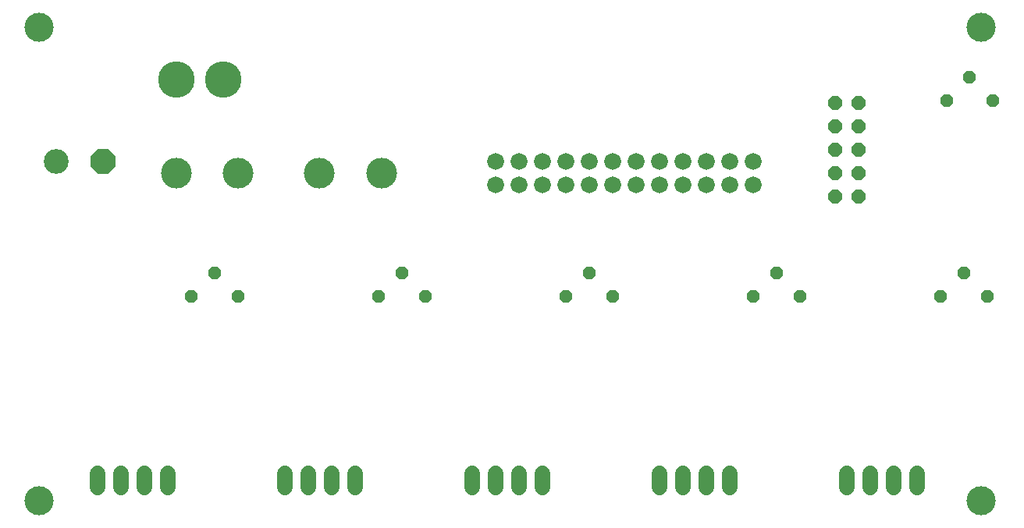
<source format=gbs>
G75*
G70*
%OFA0B0*%
%FSLAX24Y24*%
%IPPOS*%
%LPD*%
%AMOC8*
5,1,8,0,0,1.08239X$1,22.5*
%
%ADD10C,0.1241*%
%ADD11C,0.0660*%
%ADD12C,0.1560*%
%ADD13OC8,0.0540*%
%ADD14C,0.0720*%
%ADD15C,0.1310*%
%ADD16C,0.1060*%
%ADD17OC8,0.1060*%
%ADD18OC8,0.0600*%
D10*
X002147Y004625D03*
X002147Y024875D03*
X042397Y024875D03*
X042397Y004625D03*
D11*
X039647Y005200D02*
X039647Y005800D01*
X038647Y005800D02*
X038647Y005200D01*
X037647Y005200D02*
X037647Y005800D01*
X036647Y005800D02*
X036647Y005200D01*
X031647Y005200D02*
X031647Y005800D01*
X030647Y005800D02*
X030647Y005200D01*
X029647Y005200D02*
X029647Y005800D01*
X028647Y005800D02*
X028647Y005200D01*
X023647Y005200D02*
X023647Y005800D01*
X022647Y005800D02*
X022647Y005200D01*
X021647Y005200D02*
X021647Y005800D01*
X020647Y005800D02*
X020647Y005200D01*
X015647Y005200D02*
X015647Y005800D01*
X014647Y005800D02*
X014647Y005200D01*
X013647Y005200D02*
X013647Y005800D01*
X012647Y005800D02*
X012647Y005200D01*
X007647Y005200D02*
X007647Y005800D01*
X006647Y005800D02*
X006647Y005200D01*
X005647Y005200D02*
X005647Y005800D01*
X004647Y005800D02*
X004647Y005200D01*
D12*
X008012Y022625D03*
X010012Y022625D03*
D13*
X009647Y014375D03*
X008657Y013375D03*
X010637Y013375D03*
X016657Y013375D03*
X017647Y014375D03*
X018637Y013375D03*
X024657Y013375D03*
X025647Y014375D03*
X026637Y013375D03*
X032657Y013375D03*
X033647Y014375D03*
X034637Y013375D03*
X040657Y013375D03*
X041647Y014375D03*
X042637Y013375D03*
X042887Y021750D03*
X041897Y022750D03*
X040907Y021750D03*
D14*
X032647Y019125D03*
X031647Y019125D03*
X030647Y019125D03*
X029647Y019125D03*
X028647Y019125D03*
X027647Y019125D03*
X026647Y019125D03*
X025647Y019125D03*
X024647Y019125D03*
X023647Y019125D03*
X022647Y019125D03*
X021647Y019125D03*
X021647Y018125D03*
X022647Y018125D03*
X023647Y018125D03*
X024647Y018125D03*
X025647Y018125D03*
X026647Y018125D03*
X027647Y018125D03*
X028647Y018125D03*
X029647Y018125D03*
X030647Y018125D03*
X031647Y018125D03*
X032647Y018125D03*
D15*
X016784Y018625D03*
X014134Y018625D03*
X010660Y018625D03*
X008010Y018625D03*
D16*
X002897Y019125D03*
D17*
X004897Y019125D03*
D18*
X036147Y018625D03*
X037147Y018625D03*
X037147Y017625D03*
X036147Y017625D03*
X036147Y019625D03*
X037147Y019625D03*
X037147Y020625D03*
X036147Y020625D03*
X036147Y021625D03*
X037147Y021625D03*
M02*

</source>
